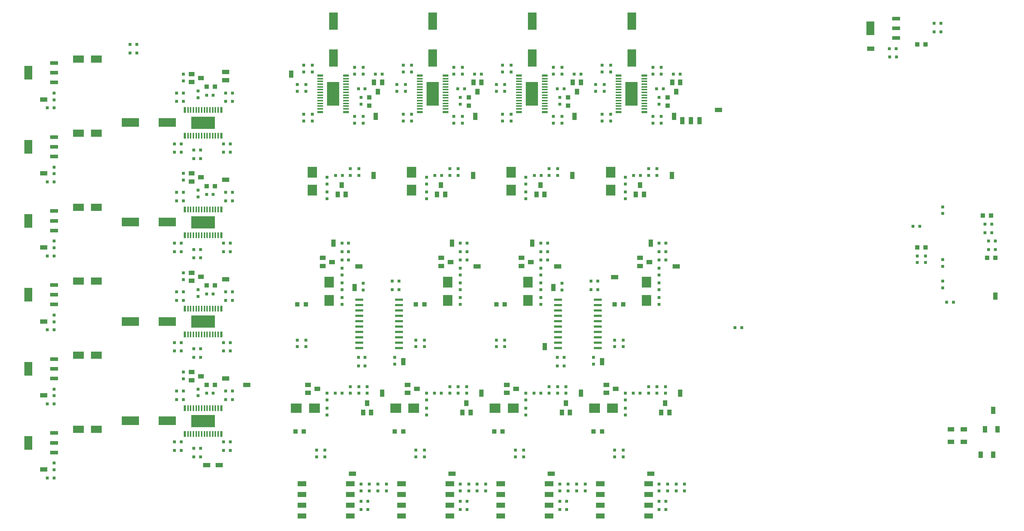
<source format=gtp>
G04 #@! TF.GenerationSoftware,KiCad,Pcbnew,(5.0.0)*
G04 #@! TF.CreationDate,2018-10-25T18:05:55-04:00*
G04 #@! TF.ProjectId,PREP400,505245503430302E6B696361645F7063,A*
G04 #@! TF.SameCoordinates,Original*
G04 #@! TF.FileFunction,Paste,Top*
G04 #@! TF.FilePolarity,Positive*
%FSLAX46Y46*%
G04 Gerber Fmt 4.6, Leading zero omitted, Abs format (unit mm)*
G04 Created by KiCad (PCBNEW (5.0.0)) date 10/25/18 18:05:55*
%MOMM*%
%LPD*%
G01*
G04 APERTURE LIST*
%ADD10R,2.032000X1.143000*%
%ADD11R,2.300000X2.500000*%
%ADD12R,2.500000X2.300000*%
%ADD13R,2.650000X1.750000*%
%ADD14R,1.400000X1.000000*%
%ADD15R,1.000000X1.400000*%
%ADD16R,2.000000X4.100000*%
%ADD17R,4.100000X2.000000*%
%ADD18R,1.900000X3.250000*%
%ADD19R,1.900000X0.950000*%
%ADD20R,5.700000X3.000000*%
%ADD21R,0.600000X1.350000*%
%ADD22R,0.380000X1.350000*%
%ADD23R,3.000000X5.700000*%
%ADD24R,1.350000X0.600000*%
%ADD25R,1.350000X0.380000*%
%ADD26R,1.000000X1.000000*%
%ADD27R,0.800000X0.800000*%
%ADD28R,1.000000X1.800000*%
%ADD29R,1.800000X1.000000*%
%ADD30R,1.000000X1.600000*%
%ADD31R,1.600000X1.000000*%
%ADD32R,1.950000X0.600000*%
G04 APERTURE END LIST*
D10*
G04 #@! TO.C,IC1*
X179405000Y-152050000D03*
X179405000Y-149510000D03*
X179405000Y-146970000D03*
X179405000Y-144430000D03*
X167975000Y-144430000D03*
X167975000Y-146970000D03*
X167975000Y-149510000D03*
X167975000Y-152050000D03*
G04 #@! TD*
G04 #@! TO.C,IC2*
X155905000Y-152050000D03*
X155905000Y-149510000D03*
X155905000Y-146970000D03*
X155905000Y-144430000D03*
X144475000Y-144430000D03*
X144475000Y-146970000D03*
X144475000Y-149510000D03*
X144475000Y-152050000D03*
G04 #@! TD*
G04 #@! TO.C,IC3*
X132405000Y-152050000D03*
X132405000Y-149510000D03*
X132405000Y-146970000D03*
X132405000Y-144430000D03*
X120975000Y-144430000D03*
X120975000Y-146970000D03*
X120975000Y-149510000D03*
X120975000Y-152050000D03*
G04 #@! TD*
G04 #@! TO.C,IC4*
X108905000Y-152050000D03*
X108905000Y-149510000D03*
X108905000Y-146970000D03*
X108905000Y-144430000D03*
X97475000Y-144430000D03*
X97475000Y-146970000D03*
X97475000Y-149510000D03*
X97475000Y-152050000D03*
G04 #@! TD*
D11*
G04 #@! TO.C,D42*
X103900000Y-96750000D03*
X103900000Y-101050000D03*
G04 #@! TD*
G04 #@! TO.C,D41*
X131900000Y-96750000D03*
X131900000Y-101050000D03*
G04 #@! TD*
G04 #@! TO.C,D40*
X150900000Y-96750000D03*
X150900000Y-101050000D03*
G04 #@! TD*
G04 #@! TO.C,D39*
X178900000Y-96750000D03*
X178900000Y-101050000D03*
G04 #@! TD*
G04 #@! TO.C,D38*
X99900000Y-70750000D03*
X99900000Y-75050000D03*
G04 #@! TD*
G04 #@! TO.C,D37*
X123400000Y-70750000D03*
X123400000Y-75050000D03*
G04 #@! TD*
G04 #@! TO.C,D36*
X146900000Y-70750000D03*
X146900000Y-75050000D03*
G04 #@! TD*
G04 #@! TO.C,D35*
X170400000Y-70750000D03*
X170400000Y-75050000D03*
G04 #@! TD*
D12*
G04 #@! TO.C,D34*
X96100000Y-126550000D03*
X100400000Y-126550000D03*
G04 #@! TD*
G04 #@! TO.C,D33*
X119600000Y-126550000D03*
X123900000Y-126550000D03*
G04 #@! TD*
G04 #@! TO.C,D32*
X143100000Y-126550000D03*
X147400000Y-126550000D03*
G04 #@! TD*
G04 #@! TO.C,D31*
X166600000Y-126550000D03*
X170900000Y-126550000D03*
G04 #@! TD*
D13*
G04 #@! TO.C,D9*
X44600000Y-44050000D03*
X48900000Y-44050000D03*
G04 #@! TD*
G04 #@! TO.C,D10*
X44600000Y-61550000D03*
X48900000Y-61550000D03*
G04 #@! TD*
G04 #@! TO.C,D11*
X44600000Y-79050000D03*
X48900000Y-79050000D03*
G04 #@! TD*
G04 #@! TO.C,D12*
X44600000Y-96550000D03*
X48900000Y-96550000D03*
G04 #@! TD*
G04 #@! TO.C,D13*
X44600000Y-114050000D03*
X48900000Y-114050000D03*
G04 #@! TD*
G04 #@! TO.C,D14*
X44600000Y-131550000D03*
X48900000Y-131550000D03*
G04 #@! TD*
D14*
G04 #@! TO.C,D1*
X171600000Y-122000000D03*
X169400000Y-122950000D03*
X169400000Y-121050000D03*
G04 #@! TD*
D15*
G04 #@! TO.C,D2*
X183350000Y-125350000D03*
X184300000Y-127550000D03*
X182400000Y-127550000D03*
G04 #@! TD*
D14*
G04 #@! TO.C,D3*
X148100000Y-122000000D03*
X145900000Y-122950000D03*
X145900000Y-121050000D03*
G04 #@! TD*
D15*
G04 #@! TO.C,D4*
X159850000Y-125350000D03*
X160800000Y-127550000D03*
X158900000Y-127550000D03*
G04 #@! TD*
D14*
G04 #@! TO.C,D5*
X124600000Y-122000000D03*
X122400000Y-122950000D03*
X122400000Y-121050000D03*
G04 #@! TD*
D15*
G04 #@! TO.C,D6*
X136350000Y-125350000D03*
X137300000Y-127550000D03*
X135400000Y-127550000D03*
G04 #@! TD*
D14*
G04 #@! TO.C,D7*
X101100000Y-122000000D03*
X98900000Y-122950000D03*
X98900000Y-121050000D03*
G04 #@! TD*
D15*
G04 #@! TO.C,D8*
X112850000Y-125350000D03*
X113800000Y-127550000D03*
X111900000Y-127550000D03*
G04 #@! TD*
G04 #@! TO.C,D15*
X177350000Y-73850000D03*
X178300000Y-76050000D03*
X176400000Y-76050000D03*
G04 #@! TD*
G04 #@! TO.C,D16*
X153850000Y-73850000D03*
X154800000Y-76050000D03*
X152900000Y-76050000D03*
G04 #@! TD*
G04 #@! TO.C,D17*
X130350000Y-73850000D03*
X131300000Y-76050000D03*
X129400000Y-76050000D03*
G04 #@! TD*
G04 #@! TO.C,D18*
X106850000Y-73850000D03*
X107800000Y-76050000D03*
X105900000Y-76050000D03*
G04 #@! TD*
G04 #@! TO.C,D19*
X185950000Y-51750000D03*
X185000000Y-49550000D03*
X186900000Y-49550000D03*
G04 #@! TD*
G04 #@! TO.C,D20*
X162450000Y-51750000D03*
X161500000Y-49550000D03*
X163400000Y-49550000D03*
G04 #@! TD*
G04 #@! TO.C,D21*
X138950000Y-51750000D03*
X138000000Y-49550000D03*
X139900000Y-49550000D03*
G04 #@! TD*
G04 #@! TO.C,D22*
X115450000Y-51750000D03*
X114500000Y-49550000D03*
X116400000Y-49550000D03*
G04 #@! TD*
D14*
G04 #@! TO.C,D23*
X73600000Y-48500000D03*
X71400000Y-49450000D03*
X71400000Y-47550000D03*
G04 #@! TD*
G04 #@! TO.C,D24*
X73600000Y-72000000D03*
X71400000Y-72950000D03*
X71400000Y-71050000D03*
G04 #@! TD*
G04 #@! TO.C,D25*
X73600000Y-95500000D03*
X71400000Y-96450000D03*
X71400000Y-94550000D03*
G04 #@! TD*
G04 #@! TO.C,D26*
X73600000Y-119000000D03*
X71400000Y-119950000D03*
X71400000Y-118050000D03*
G04 #@! TD*
G04 #@! TO.C,D27*
X179600000Y-92000000D03*
X177400000Y-92950000D03*
X177400000Y-91050000D03*
G04 #@! TD*
G04 #@! TO.C,D28*
X151600000Y-92000000D03*
X149400000Y-92950000D03*
X149400000Y-91050000D03*
G04 #@! TD*
G04 #@! TO.C,D29*
X132600000Y-92000000D03*
X130400000Y-92950000D03*
X130400000Y-91050000D03*
G04 #@! TD*
G04 #@! TO.C,D30*
X104600000Y-92000000D03*
X102400000Y-92950000D03*
X102400000Y-91050000D03*
G04 #@! TD*
D16*
G04 #@! TO.C,C21*
X175400000Y-35050000D03*
X175400000Y-43750000D03*
G04 #@! TD*
G04 #@! TO.C,C26*
X151900000Y-35050000D03*
X151900000Y-43750000D03*
G04 #@! TD*
G04 #@! TO.C,C31*
X128400000Y-35050000D03*
X128400000Y-43750000D03*
G04 #@! TD*
G04 #@! TO.C,C36*
X104900000Y-35050000D03*
X104900000Y-43750000D03*
G04 #@! TD*
D17*
G04 #@! TO.C,C69*
X56900000Y-59050000D03*
X65600000Y-59050000D03*
G04 #@! TD*
G04 #@! TO.C,C74*
X56900000Y-82550000D03*
X65600000Y-82550000D03*
G04 #@! TD*
G04 #@! TO.C,C79*
X56900000Y-106050000D03*
X65600000Y-106050000D03*
G04 #@! TD*
G04 #@! TO.C,C84*
X56900000Y-129550000D03*
X65600000Y-129550000D03*
G04 #@! TD*
D18*
G04 #@! TO.C,Q1*
X231800000Y-36750000D03*
D19*
X237900000Y-36750000D03*
X237900000Y-34450000D03*
X237900000Y-39050000D03*
G04 #@! TD*
D18*
G04 #@! TO.C,Q2*
X32800000Y-47250000D03*
D19*
X38900000Y-47250000D03*
X38900000Y-44950000D03*
X38900000Y-49550000D03*
G04 #@! TD*
D18*
G04 #@! TO.C,Q3*
X32800000Y-64750000D03*
D19*
X38900000Y-64750000D03*
X38900000Y-62450000D03*
X38900000Y-67050000D03*
G04 #@! TD*
D18*
G04 #@! TO.C,Q4*
X32800000Y-82250000D03*
D19*
X38900000Y-82250000D03*
X38900000Y-79950000D03*
X38900000Y-84550000D03*
G04 #@! TD*
D18*
G04 #@! TO.C,Q5*
X32800000Y-99750000D03*
D19*
X38900000Y-99750000D03*
X38900000Y-97450000D03*
X38900000Y-102050000D03*
G04 #@! TD*
D18*
G04 #@! TO.C,Q6*
X32800000Y-117250000D03*
D19*
X38900000Y-117250000D03*
X38900000Y-114950000D03*
X38900000Y-119550000D03*
G04 #@! TD*
D18*
G04 #@! TO.C,Q7*
X32800000Y-134750000D03*
D19*
X38900000Y-134750000D03*
X38900000Y-132450000D03*
X38900000Y-137050000D03*
G04 #@! TD*
D20*
G04 #@! TO.C,IC14*
X74075000Y-129600000D03*
D21*
X69745000Y-126550000D03*
D22*
X70495000Y-126550000D03*
X71145000Y-126550000D03*
X71795000Y-126550000D03*
X72445000Y-126550000D03*
X73095000Y-126550000D03*
X73745000Y-126550000D03*
X74395000Y-126550000D03*
X75045000Y-126550000D03*
X75695000Y-126550000D03*
X76345000Y-126550000D03*
X76995000Y-126550000D03*
X77645000Y-126550000D03*
D21*
X78395000Y-126550000D03*
X78395000Y-132650000D03*
D22*
X77645000Y-132650000D03*
X76995000Y-132650000D03*
X76345000Y-132650000D03*
X75695000Y-132650000D03*
X75045000Y-132650000D03*
X74395000Y-132650000D03*
X73745000Y-132650000D03*
X73095000Y-132650000D03*
X72445000Y-132650000D03*
X71795000Y-132650000D03*
X71145000Y-132650000D03*
X70495000Y-132650000D03*
D21*
X69745000Y-132650000D03*
G04 #@! TD*
D20*
G04 #@! TO.C,IC13*
X74075000Y-106100000D03*
D21*
X69745000Y-103050000D03*
D22*
X70495000Y-103050000D03*
X71145000Y-103050000D03*
X71795000Y-103050000D03*
X72445000Y-103050000D03*
X73095000Y-103050000D03*
X73745000Y-103050000D03*
X74395000Y-103050000D03*
X75045000Y-103050000D03*
X75695000Y-103050000D03*
X76345000Y-103050000D03*
X76995000Y-103050000D03*
X77645000Y-103050000D03*
D21*
X78395000Y-103050000D03*
X78395000Y-109150000D03*
D22*
X77645000Y-109150000D03*
X76995000Y-109150000D03*
X76345000Y-109150000D03*
X75695000Y-109150000D03*
X75045000Y-109150000D03*
X74395000Y-109150000D03*
X73745000Y-109150000D03*
X73095000Y-109150000D03*
X72445000Y-109150000D03*
X71795000Y-109150000D03*
X71145000Y-109150000D03*
X70495000Y-109150000D03*
D21*
X69745000Y-109150000D03*
G04 #@! TD*
D20*
G04 #@! TO.C,IC12*
X74075000Y-82600000D03*
D21*
X69745000Y-79550000D03*
D22*
X70495000Y-79550000D03*
X71145000Y-79550000D03*
X71795000Y-79550000D03*
X72445000Y-79550000D03*
X73095000Y-79550000D03*
X73745000Y-79550000D03*
X74395000Y-79550000D03*
X75045000Y-79550000D03*
X75695000Y-79550000D03*
X76345000Y-79550000D03*
X76995000Y-79550000D03*
X77645000Y-79550000D03*
D21*
X78395000Y-79550000D03*
X78395000Y-85650000D03*
D22*
X77645000Y-85650000D03*
X76995000Y-85650000D03*
X76345000Y-85650000D03*
X75695000Y-85650000D03*
X75045000Y-85650000D03*
X74395000Y-85650000D03*
X73745000Y-85650000D03*
X73095000Y-85650000D03*
X72445000Y-85650000D03*
X71795000Y-85650000D03*
X71145000Y-85650000D03*
X70495000Y-85650000D03*
D21*
X69745000Y-85650000D03*
G04 #@! TD*
D20*
G04 #@! TO.C,IC11*
X74075000Y-59100000D03*
D21*
X69745000Y-56050000D03*
D22*
X70495000Y-56050000D03*
X71145000Y-56050000D03*
X71795000Y-56050000D03*
X72445000Y-56050000D03*
X73095000Y-56050000D03*
X73745000Y-56050000D03*
X74395000Y-56050000D03*
X75045000Y-56050000D03*
X75695000Y-56050000D03*
X76345000Y-56050000D03*
X76995000Y-56050000D03*
X77645000Y-56050000D03*
D21*
X78395000Y-56050000D03*
X78395000Y-62150000D03*
D22*
X77645000Y-62150000D03*
X76995000Y-62150000D03*
X76345000Y-62150000D03*
X75695000Y-62150000D03*
X75045000Y-62150000D03*
X74395000Y-62150000D03*
X73745000Y-62150000D03*
X73095000Y-62150000D03*
X72445000Y-62150000D03*
X71795000Y-62150000D03*
X71145000Y-62150000D03*
X70495000Y-62150000D03*
D21*
X69745000Y-62150000D03*
G04 #@! TD*
D23*
G04 #@! TO.C,IC8*
X104850000Y-52225000D03*
D24*
X107900000Y-47895000D03*
D25*
X107900000Y-48645000D03*
X107900000Y-49295000D03*
X107900000Y-49945000D03*
X107900000Y-50595000D03*
X107900000Y-51245000D03*
X107900000Y-51895000D03*
X107900000Y-52545000D03*
X107900000Y-53195000D03*
X107900000Y-53845000D03*
X107900000Y-54495000D03*
X107900000Y-55145000D03*
X107900000Y-55795000D03*
D24*
X107900000Y-56545000D03*
X101800000Y-56545000D03*
D25*
X101800000Y-55795000D03*
X101800000Y-55145000D03*
X101800000Y-54495000D03*
X101800000Y-53845000D03*
X101800000Y-53195000D03*
X101800000Y-52545000D03*
X101800000Y-51895000D03*
X101800000Y-51245000D03*
X101800000Y-50595000D03*
X101800000Y-49945000D03*
X101800000Y-49295000D03*
X101800000Y-48645000D03*
D24*
X101800000Y-47895000D03*
G04 #@! TD*
D23*
G04 #@! TO.C,IC7*
X128350000Y-52225000D03*
D24*
X131400000Y-47895000D03*
D25*
X131400000Y-48645000D03*
X131400000Y-49295000D03*
X131400000Y-49945000D03*
X131400000Y-50595000D03*
X131400000Y-51245000D03*
X131400000Y-51895000D03*
X131400000Y-52545000D03*
X131400000Y-53195000D03*
X131400000Y-53845000D03*
X131400000Y-54495000D03*
X131400000Y-55145000D03*
X131400000Y-55795000D03*
D24*
X131400000Y-56545000D03*
X125300000Y-56545000D03*
D25*
X125300000Y-55795000D03*
X125300000Y-55145000D03*
X125300000Y-54495000D03*
X125300000Y-53845000D03*
X125300000Y-53195000D03*
X125300000Y-52545000D03*
X125300000Y-51895000D03*
X125300000Y-51245000D03*
X125300000Y-50595000D03*
X125300000Y-49945000D03*
X125300000Y-49295000D03*
X125300000Y-48645000D03*
D24*
X125300000Y-47895000D03*
G04 #@! TD*
D23*
G04 #@! TO.C,IC6*
X151850000Y-52225000D03*
D24*
X154900000Y-47895000D03*
D25*
X154900000Y-48645000D03*
X154900000Y-49295000D03*
X154900000Y-49945000D03*
X154900000Y-50595000D03*
X154900000Y-51245000D03*
X154900000Y-51895000D03*
X154900000Y-52545000D03*
X154900000Y-53195000D03*
X154900000Y-53845000D03*
X154900000Y-54495000D03*
X154900000Y-55145000D03*
X154900000Y-55795000D03*
D24*
X154900000Y-56545000D03*
X148800000Y-56545000D03*
D25*
X148800000Y-55795000D03*
X148800000Y-55145000D03*
X148800000Y-54495000D03*
X148800000Y-53845000D03*
X148800000Y-53195000D03*
X148800000Y-52545000D03*
X148800000Y-51895000D03*
X148800000Y-51245000D03*
X148800000Y-50595000D03*
X148800000Y-49945000D03*
X148800000Y-49295000D03*
X148800000Y-48645000D03*
D24*
X148800000Y-47895000D03*
G04 #@! TD*
D23*
G04 #@! TO.C,IC5*
X175350000Y-52225000D03*
D24*
X178400000Y-47895000D03*
D25*
X178400000Y-48645000D03*
X178400000Y-49295000D03*
X178400000Y-49945000D03*
X178400000Y-50595000D03*
X178400000Y-51245000D03*
X178400000Y-51895000D03*
X178400000Y-52545000D03*
X178400000Y-53195000D03*
X178400000Y-53845000D03*
X178400000Y-54495000D03*
X178400000Y-55145000D03*
X178400000Y-55795000D03*
D24*
X178400000Y-56545000D03*
X172300000Y-56545000D03*
D25*
X172300000Y-55795000D03*
X172300000Y-55145000D03*
X172300000Y-54495000D03*
X172300000Y-53845000D03*
X172300000Y-53195000D03*
X172300000Y-52545000D03*
X172300000Y-51895000D03*
X172300000Y-51245000D03*
X172300000Y-50595000D03*
X172300000Y-49945000D03*
X172300000Y-49295000D03*
X172300000Y-48645000D03*
D24*
X172300000Y-47895000D03*
G04 #@! TD*
D26*
G04 #@! TO.C,C136*
X260400000Y-81050000D03*
X258400000Y-81050000D03*
G04 #@! TD*
G04 #@! TO.C,C50*
X183900000Y-55050000D03*
X183900000Y-53050000D03*
G04 #@! TD*
G04 #@! TO.C,C52*
X160400000Y-55050000D03*
X160400000Y-53050000D03*
G04 #@! TD*
G04 #@! TO.C,C54*
X136900000Y-55050000D03*
X136900000Y-53050000D03*
G04 #@! TD*
G04 #@! TO.C,C56*
X113400000Y-55050000D03*
X113400000Y-53050000D03*
G04 #@! TD*
G04 #@! TO.C,C98*
X76900000Y-50550000D03*
X74900000Y-50550000D03*
G04 #@! TD*
G04 #@! TO.C,C100*
X76900000Y-74050000D03*
X74900000Y-74050000D03*
G04 #@! TD*
G04 #@! TO.C,C102*
X76900000Y-97550000D03*
X74900000Y-97550000D03*
G04 #@! TD*
G04 #@! TO.C,C104*
X76900000Y-121050000D03*
X74900000Y-121050000D03*
G04 #@! TD*
G04 #@! TO.C,L8*
X98400000Y-102050000D03*
X96400000Y-102050000D03*
G04 #@! TD*
G04 #@! TO.C,L7*
X126400000Y-102050000D03*
X124400000Y-102050000D03*
G04 #@! TD*
G04 #@! TO.C,L6*
X145400000Y-102050000D03*
X143400000Y-102050000D03*
G04 #@! TD*
G04 #@! TO.C,L5*
X173400000Y-102050000D03*
X171400000Y-102050000D03*
G04 #@! TD*
G04 #@! TO.C,L4*
X242900000Y-88550000D03*
X244900000Y-88550000D03*
G04 #@! TD*
G04 #@! TO.C,L3*
X261400000Y-91050000D03*
X259400000Y-91050000D03*
G04 #@! TD*
G04 #@! TO.C,L2*
X242900000Y-40550000D03*
X244900000Y-40550000D03*
G04 #@! TD*
G04 #@! TO.C,L9*
X168400000Y-132050000D03*
X166400000Y-132050000D03*
G04 #@! TD*
G04 #@! TO.C,L10*
X144900000Y-132050000D03*
X142900000Y-132050000D03*
G04 #@! TD*
G04 #@! TO.C,L11*
X121400000Y-132050000D03*
X119400000Y-132050000D03*
G04 #@! TD*
G04 #@! TO.C,L12*
X97900000Y-132050000D03*
X95900000Y-132050000D03*
G04 #@! TD*
D27*
G04 #@! TO.C,C190*
X80500000Y-136550000D03*
X78900000Y-136550000D03*
G04 #@! TD*
G04 #@! TO.C,C189*
X80500000Y-113050000D03*
X78900000Y-113050000D03*
G04 #@! TD*
G04 #@! TO.C,C188*
X80500000Y-89550000D03*
X78900000Y-89550000D03*
G04 #@! TD*
G04 #@! TO.C,C187*
X80500000Y-66050000D03*
X78900000Y-66050000D03*
G04 #@! TD*
G04 #@! TO.C,C186*
X67300000Y-136550000D03*
X68900000Y-136550000D03*
G04 #@! TD*
G04 #@! TO.C,C185*
X67300000Y-113050000D03*
X68900000Y-113050000D03*
G04 #@! TD*
G04 #@! TO.C,C184*
X67300000Y-89550000D03*
X68900000Y-89550000D03*
G04 #@! TD*
G04 #@! TO.C,C183*
X67300000Y-66050000D03*
X68900000Y-66050000D03*
G04 #@! TD*
G04 #@! TO.C,C182*
X67800000Y-122550000D03*
X69400000Y-122550000D03*
G04 #@! TD*
G04 #@! TO.C,C181*
X67800000Y-99050000D03*
X69400000Y-99050000D03*
G04 #@! TD*
G04 #@! TO.C,C180*
X67800000Y-75550000D03*
X69400000Y-75550000D03*
G04 #@! TD*
G04 #@! TO.C,C179*
X67800000Y-52050000D03*
X69400000Y-52050000D03*
G04 #@! TD*
G04 #@! TO.C,C178*
X81000000Y-122550000D03*
X79400000Y-122550000D03*
G04 #@! TD*
G04 #@! TO.C,C177*
X81000000Y-99050000D03*
X79400000Y-99050000D03*
G04 #@! TD*
G04 #@! TO.C,C176*
X81000000Y-75550000D03*
X79400000Y-75550000D03*
G04 #@! TD*
G04 #@! TO.C,C175*
X81000000Y-52050000D03*
X79400000Y-52050000D03*
G04 #@! TD*
G04 #@! TO.C,C174*
X108500000Y-89550000D03*
X106900000Y-89550000D03*
G04 #@! TD*
G04 #@! TO.C,C173*
X136500000Y-89550000D03*
X134900000Y-89550000D03*
G04 #@! TD*
G04 #@! TO.C,C172*
X155500000Y-89550000D03*
X153900000Y-89550000D03*
G04 #@! TD*
G04 #@! TO.C,C171*
X183500000Y-89550000D03*
X181900000Y-89550000D03*
G04 #@! TD*
G04 #@! TO.C,C170*
X98400000Y-110450000D03*
X98400000Y-112050000D03*
G04 #@! TD*
G04 #@! TO.C,C169*
X96400000Y-110450000D03*
X96400000Y-112050000D03*
G04 #@! TD*
G04 #@! TO.C,C168*
X126400000Y-110450000D03*
X126400000Y-112050000D03*
G04 #@! TD*
G04 #@! TO.C,C167*
X124400000Y-110450000D03*
X124400000Y-112050000D03*
G04 #@! TD*
G04 #@! TO.C,C166*
X145400000Y-110450000D03*
X145400000Y-112050000D03*
G04 #@! TD*
G04 #@! TO.C,C165*
X143400000Y-110450000D03*
X143400000Y-112050000D03*
G04 #@! TD*
G04 #@! TO.C,C164*
X173400000Y-110450000D03*
X173400000Y-112050000D03*
G04 #@! TD*
G04 #@! TO.C,C163*
X171400000Y-110450000D03*
X171400000Y-112050000D03*
G04 #@! TD*
G04 #@! TO.C,C162*
X118800000Y-96550000D03*
X120400000Y-96550000D03*
G04 #@! TD*
G04 #@! TO.C,C161*
X165800000Y-96550000D03*
X167400000Y-96550000D03*
G04 #@! TD*
G04 #@! TO.C,C160*
X110800000Y-116550000D03*
X112400000Y-116550000D03*
G04 #@! TD*
G04 #@! TO.C,C159*
X157800000Y-116550000D03*
X159400000Y-116550000D03*
G04 #@! TD*
G04 #@! TO.C,C158*
X97900000Y-58650000D03*
X97900000Y-57050000D03*
G04 #@! TD*
G04 #@! TO.C,C157*
X121400000Y-58650000D03*
X121400000Y-57050000D03*
G04 #@! TD*
G04 #@! TO.C,C156*
X144900000Y-58650000D03*
X144900000Y-57050000D03*
G04 #@! TD*
G04 #@! TO.C,C155*
X168400000Y-58650000D03*
X168400000Y-57050000D03*
G04 #@! TD*
G04 #@! TO.C,C154*
X97900000Y-45450000D03*
X97900000Y-47050000D03*
G04 #@! TD*
G04 #@! TO.C,C153*
X121400000Y-45450000D03*
X121400000Y-47050000D03*
G04 #@! TD*
G04 #@! TO.C,C152*
X144900000Y-45450000D03*
X144900000Y-47050000D03*
G04 #@! TD*
G04 #@! TO.C,C151*
X182400000Y-45950000D03*
X182400000Y-47550000D03*
G04 #@! TD*
G04 #@! TO.C,C150*
X111900000Y-45950000D03*
X111900000Y-47550000D03*
G04 #@! TD*
G04 #@! TO.C,C149*
X135400000Y-45950000D03*
X135400000Y-47550000D03*
G04 #@! TD*
G04 #@! TO.C,C148*
X158900000Y-45950000D03*
X158900000Y-47550000D03*
G04 #@! TD*
G04 #@! TO.C,C147*
X168400000Y-45450000D03*
X168400000Y-47050000D03*
G04 #@! TD*
G04 #@! TO.C,C146*
X111900000Y-59150000D03*
X111900000Y-57550000D03*
G04 #@! TD*
G04 #@! TO.C,C145*
X135400000Y-59150000D03*
X135400000Y-57550000D03*
G04 #@! TD*
G04 #@! TO.C,C144*
X158900000Y-59150000D03*
X158900000Y-57550000D03*
G04 #@! TD*
G04 #@! TO.C,C143*
X182400000Y-59150000D03*
X182400000Y-57550000D03*
G04 #@! TD*
G04 #@! TO.C,C142*
X110900000Y-69950000D03*
X110900000Y-71550000D03*
G04 #@! TD*
G04 #@! TO.C,C141*
X134400000Y-69950000D03*
X134400000Y-71550000D03*
G04 #@! TD*
G04 #@! TO.C,C140*
X157900000Y-69950000D03*
X157900000Y-71550000D03*
G04 #@! TD*
G04 #@! TO.C,C139*
X181400000Y-69950000D03*
X181400000Y-71550000D03*
G04 #@! TD*
G04 #@! TO.C,C138*
X260500000Y-85050000D03*
X258900000Y-85050000D03*
G04 #@! TD*
G04 #@! TO.C,C137*
X260500000Y-83050000D03*
X258900000Y-83050000D03*
G04 #@! TD*
G04 #@! TO.C,C135*
X242900000Y-92150000D03*
X242900000Y-90550000D03*
G04 #@! TD*
G04 #@! TO.C,C134*
X244900000Y-92150000D03*
X244900000Y-90550000D03*
G04 #@! TD*
G04 #@! TO.C,C133*
X259800000Y-89050000D03*
X261400000Y-89050000D03*
G04 #@! TD*
G04 #@! TO.C,C132*
X259800000Y-87050000D03*
X261400000Y-87050000D03*
G04 #@! TD*
G04 #@! TO.C,C131*
X115400000Y-146150000D03*
X115400000Y-144550000D03*
G04 #@! TD*
G04 #@! TO.C,C130*
X138900000Y-146150000D03*
X138900000Y-144550000D03*
G04 #@! TD*
G04 #@! TO.C,C129*
X162400000Y-146150000D03*
X162400000Y-144550000D03*
G04 #@! TD*
G04 #@! TO.C,C128*
X185900000Y-146150000D03*
X185900000Y-144550000D03*
G04 #@! TD*
G04 #@! TO.C,C127*
X113000000Y-150550000D03*
X111400000Y-150550000D03*
G04 #@! TD*
G04 #@! TO.C,C126*
X136500000Y-150550000D03*
X134900000Y-150550000D03*
G04 #@! TD*
G04 #@! TO.C,C125*
X160000000Y-150550000D03*
X158400000Y-150550000D03*
G04 #@! TD*
G04 #@! TO.C,C124*
X183500000Y-150550000D03*
X181900000Y-150550000D03*
G04 #@! TD*
G04 #@! TO.C,C123*
X110900000Y-121450000D03*
X110900000Y-123050000D03*
G04 #@! TD*
G04 #@! TO.C,C122*
X134400000Y-121450000D03*
X134400000Y-123050000D03*
G04 #@! TD*
G04 #@! TO.C,C121*
X157900000Y-121450000D03*
X157900000Y-123050000D03*
G04 #@! TD*
G04 #@! TO.C,C120*
X181400000Y-121450000D03*
X181400000Y-123050000D03*
G04 #@! TD*
G04 #@! TO.C,C119*
X56800000Y-42550000D03*
X58400000Y-42550000D03*
G04 #@! TD*
G04 #@! TO.C,C118*
X56800000Y-40550000D03*
X58400000Y-40550000D03*
G04 #@! TD*
G04 #@! TO.C,C117*
X248500000Y-37550000D03*
X246900000Y-37550000D03*
G04 #@! TD*
G04 #@! TO.C,C116*
X248500000Y-35550000D03*
X246900000Y-35550000D03*
G04 #@! TD*
G04 #@! TO.C,C1*
X179400000Y-121450000D03*
X179400000Y-123050000D03*
G04 #@! TD*
G04 #@! TO.C,C2*
X155900000Y-121450000D03*
X155900000Y-123050000D03*
G04 #@! TD*
G04 #@! TO.C,C3*
X132400000Y-121450000D03*
X132400000Y-123050000D03*
G04 #@! TD*
G04 #@! TO.C,C4*
X108900000Y-121450000D03*
X108900000Y-123050000D03*
G04 #@! TD*
G04 #@! TO.C,C5*
X183500000Y-148550000D03*
X181900000Y-148550000D03*
G04 #@! TD*
G04 #@! TO.C,C6*
X160000000Y-148550000D03*
X158400000Y-148550000D03*
G04 #@! TD*
G04 #@! TO.C,C7*
X136500000Y-148550000D03*
X134900000Y-148550000D03*
G04 #@! TD*
G04 #@! TO.C,C8*
X113000000Y-148550000D03*
X111400000Y-148550000D03*
G04 #@! TD*
G04 #@! TO.C,C9*
X183900000Y-146150000D03*
X183900000Y-144550000D03*
G04 #@! TD*
G04 #@! TO.C,C10*
X160400000Y-146150000D03*
X160400000Y-144550000D03*
G04 #@! TD*
G04 #@! TO.C,C11*
X136900000Y-146150000D03*
X136900000Y-144550000D03*
G04 #@! TD*
G04 #@! TO.C,C12*
X113400000Y-146150000D03*
X113400000Y-144550000D03*
G04 #@! TD*
G04 #@! TO.C,C13*
X179400000Y-69950000D03*
X179400000Y-71550000D03*
G04 #@! TD*
G04 #@! TO.C,C14*
X155900000Y-69950000D03*
X155900000Y-71550000D03*
G04 #@! TD*
G04 #@! TO.C,C15*
X132400000Y-69950000D03*
X132400000Y-71550000D03*
G04 #@! TD*
G04 #@! TO.C,C16*
X108900000Y-69950000D03*
X108900000Y-71550000D03*
G04 #@! TD*
G04 #@! TO.C,C17*
X180400000Y-59150000D03*
X180400000Y-57550000D03*
G04 #@! TD*
G04 #@! TO.C,C18*
X180400000Y-45950000D03*
X180400000Y-47550000D03*
G04 #@! TD*
G04 #@! TO.C,C19*
X170400000Y-45450000D03*
X170400000Y-47050000D03*
G04 #@! TD*
G04 #@! TO.C,C20*
X170400000Y-58650000D03*
X170400000Y-57050000D03*
G04 #@! TD*
G04 #@! TO.C,C22*
X156900000Y-59150000D03*
X156900000Y-57550000D03*
G04 #@! TD*
G04 #@! TO.C,C23*
X156900000Y-45950000D03*
X156900000Y-47550000D03*
G04 #@! TD*
G04 #@! TO.C,C24*
X146900000Y-45450000D03*
X146900000Y-47050000D03*
G04 #@! TD*
G04 #@! TO.C,C25*
X146900000Y-58650000D03*
X146900000Y-57050000D03*
G04 #@! TD*
G04 #@! TO.C,C27*
X133400000Y-59150000D03*
X133400000Y-57550000D03*
G04 #@! TD*
G04 #@! TO.C,C28*
X133400000Y-45950000D03*
X133400000Y-47550000D03*
G04 #@! TD*
G04 #@! TO.C,C29*
X123400000Y-45450000D03*
X123400000Y-47050000D03*
G04 #@! TD*
G04 #@! TO.C,C30*
X123400000Y-58650000D03*
X123400000Y-57050000D03*
G04 #@! TD*
G04 #@! TO.C,C32*
X109900000Y-59150000D03*
X109900000Y-57550000D03*
G04 #@! TD*
G04 #@! TO.C,C33*
X109900000Y-45950000D03*
X109900000Y-47550000D03*
G04 #@! TD*
G04 #@! TO.C,C34*
X99900000Y-45450000D03*
X99900000Y-47050000D03*
G04 #@! TD*
G04 #@! TO.C,C35*
X99900000Y-58650000D03*
X99900000Y-57050000D03*
G04 #@! TD*
G04 #@! TO.C,C37*
X168900000Y-51650000D03*
X168900000Y-50050000D03*
G04 #@! TD*
G04 #@! TO.C,C38*
X166900000Y-51650000D03*
X166900000Y-50050000D03*
G04 #@! TD*
G04 #@! TO.C,C39*
X145400000Y-51650000D03*
X145400000Y-50050000D03*
G04 #@! TD*
G04 #@! TO.C,C40*
X143400000Y-51650000D03*
X143400000Y-50050000D03*
G04 #@! TD*
G04 #@! TO.C,C41*
X121900000Y-51650000D03*
X121900000Y-50050000D03*
G04 #@! TD*
G04 #@! TO.C,C42*
X119900000Y-51650000D03*
X119900000Y-50050000D03*
G04 #@! TD*
G04 #@! TO.C,C43*
X98400000Y-51650000D03*
X98400000Y-50050000D03*
G04 #@! TD*
G04 #@! TO.C,C44*
X96400000Y-51650000D03*
X96400000Y-50050000D03*
G04 #@! TD*
G04 #@! TO.C,C45*
X185300000Y-47550000D03*
X186900000Y-47550000D03*
G04 #@! TD*
G04 #@! TO.C,C46*
X161800000Y-47550000D03*
X163400000Y-47550000D03*
G04 #@! TD*
G04 #@! TO.C,C47*
X138300000Y-47550000D03*
X139900000Y-47550000D03*
G04 #@! TD*
G04 #@! TO.C,C48*
X114800000Y-47550000D03*
X116400000Y-47550000D03*
G04 #@! TD*
G04 #@! TO.C,C49*
X181900000Y-54650000D03*
X181900000Y-53050000D03*
G04 #@! TD*
G04 #@! TO.C,C51*
X158400000Y-54650000D03*
X158400000Y-53050000D03*
G04 #@! TD*
G04 #@! TO.C,C53*
X134900000Y-54650000D03*
X134900000Y-53050000D03*
G04 #@! TD*
G04 #@! TO.C,C55*
X111400000Y-54650000D03*
X111400000Y-53050000D03*
G04 #@! TD*
G04 #@! TO.C,C57*
X181300000Y-51050000D03*
X182900000Y-51050000D03*
G04 #@! TD*
G04 #@! TO.C,C58*
X157800000Y-51050000D03*
X159400000Y-51050000D03*
G04 #@! TD*
G04 #@! TO.C,C59*
X134300000Y-51050000D03*
X135900000Y-51050000D03*
G04 #@! TD*
G04 #@! TO.C,C60*
X110800000Y-51050000D03*
X112400000Y-51050000D03*
G04 #@! TD*
G04 #@! TO.C,C61*
X157800000Y-114550000D03*
X159400000Y-114550000D03*
G04 #@! TD*
G04 #@! TO.C,C62*
X110800000Y-114550000D03*
X112400000Y-114550000D03*
G04 #@! TD*
G04 #@! TO.C,C63*
X165800000Y-98550000D03*
X167400000Y-98550000D03*
G04 #@! TD*
G04 #@! TO.C,C64*
X118800000Y-98550000D03*
X120400000Y-98550000D03*
G04 #@! TD*
G04 #@! TO.C,C65*
X81000000Y-54050000D03*
X79400000Y-54050000D03*
G04 #@! TD*
G04 #@! TO.C,C66*
X67800000Y-54050000D03*
X69400000Y-54050000D03*
G04 #@! TD*
G04 #@! TO.C,C67*
X67300000Y-64050000D03*
X68900000Y-64050000D03*
G04 #@! TD*
G04 #@! TO.C,C68*
X80500000Y-64050000D03*
X78900000Y-64050000D03*
G04 #@! TD*
G04 #@! TO.C,C70*
X81000000Y-77550000D03*
X79400000Y-77550000D03*
G04 #@! TD*
G04 #@! TO.C,C71*
X67800000Y-77550000D03*
X69400000Y-77550000D03*
G04 #@! TD*
G04 #@! TO.C,C72*
X67300000Y-87550000D03*
X68900000Y-87550000D03*
G04 #@! TD*
G04 #@! TO.C,C73*
X80500000Y-87550000D03*
X78900000Y-87550000D03*
G04 #@! TD*
G04 #@! TO.C,C75*
X81000000Y-101050000D03*
X79400000Y-101050000D03*
G04 #@! TD*
G04 #@! TO.C,C76*
X67800000Y-101050000D03*
X69400000Y-101050000D03*
G04 #@! TD*
G04 #@! TO.C,C77*
X67300000Y-111050000D03*
X68900000Y-111050000D03*
G04 #@! TD*
G04 #@! TO.C,C78*
X80500000Y-111050000D03*
X78900000Y-111050000D03*
G04 #@! TD*
G04 #@! TO.C,C80*
X81000000Y-124550000D03*
X79400000Y-124550000D03*
G04 #@! TD*
G04 #@! TO.C,C81*
X67800000Y-124550000D03*
X69400000Y-124550000D03*
G04 #@! TD*
G04 #@! TO.C,C82*
X67300000Y-134550000D03*
X68900000Y-134550000D03*
G04 #@! TD*
G04 #@! TO.C,C83*
X80500000Y-134550000D03*
X78900000Y-134550000D03*
G04 #@! TD*
G04 #@! TO.C,C85*
X73500000Y-65550000D03*
X71900000Y-65550000D03*
G04 #@! TD*
G04 #@! TO.C,C86*
X73500000Y-67550000D03*
X71900000Y-67550000D03*
G04 #@! TD*
G04 #@! TO.C,C87*
X73500000Y-89050000D03*
X71900000Y-89050000D03*
G04 #@! TD*
G04 #@! TO.C,C88*
X73500000Y-91050000D03*
X71900000Y-91050000D03*
G04 #@! TD*
G04 #@! TO.C,C89*
X73500000Y-112550000D03*
X71900000Y-112550000D03*
G04 #@! TD*
G04 #@! TO.C,C90*
X73500000Y-114550000D03*
X71900000Y-114550000D03*
G04 #@! TD*
G04 #@! TO.C,C91*
X73500000Y-136050000D03*
X71900000Y-136050000D03*
G04 #@! TD*
G04 #@! TO.C,C92*
X73500000Y-138050000D03*
X71900000Y-138050000D03*
G04 #@! TD*
G04 #@! TO.C,C93*
X69400000Y-49150000D03*
X69400000Y-47550000D03*
G04 #@! TD*
G04 #@! TO.C,C94*
X69400000Y-72650000D03*
X69400000Y-71050000D03*
G04 #@! TD*
G04 #@! TO.C,C95*
X69400000Y-96150000D03*
X69400000Y-94550000D03*
G04 #@! TD*
G04 #@! TO.C,C96*
X69400000Y-119650000D03*
X69400000Y-118050000D03*
G04 #@! TD*
G04 #@! TO.C,C97*
X76500000Y-52550000D03*
X74900000Y-52550000D03*
G04 #@! TD*
G04 #@! TO.C,C99*
X76500000Y-76050000D03*
X74900000Y-76050000D03*
G04 #@! TD*
G04 #@! TO.C,C101*
X76500000Y-99550000D03*
X74900000Y-99550000D03*
G04 #@! TD*
G04 #@! TO.C,C103*
X76500000Y-123050000D03*
X74900000Y-123050000D03*
G04 #@! TD*
G04 #@! TO.C,C105*
X72900000Y-53150000D03*
X72900000Y-51550000D03*
G04 #@! TD*
G04 #@! TO.C,C106*
X72900000Y-76650000D03*
X72900000Y-75050000D03*
G04 #@! TD*
G04 #@! TO.C,C107*
X72900000Y-100150000D03*
X72900000Y-98550000D03*
G04 #@! TD*
G04 #@! TO.C,C108*
X72900000Y-123650000D03*
X72900000Y-122050000D03*
G04 #@! TD*
G04 #@! TO.C,C109*
X183500000Y-91550000D03*
X181900000Y-91550000D03*
G04 #@! TD*
G04 #@! TO.C,C110*
X155500000Y-91550000D03*
X153900000Y-91550000D03*
G04 #@! TD*
G04 #@! TO.C,C111*
X136500000Y-91550000D03*
X134900000Y-91550000D03*
G04 #@! TD*
G04 #@! TO.C,C112*
X108500000Y-91550000D03*
X106900000Y-91550000D03*
G04 #@! TD*
G04 #@! TO.C,C191*
X171400000Y-136450000D03*
X171400000Y-138050000D03*
G04 #@! TD*
G04 #@! TO.C,C192*
X173400000Y-136450000D03*
X173400000Y-138050000D03*
G04 #@! TD*
G04 #@! TO.C,C193*
X147900000Y-136450000D03*
X147900000Y-138050000D03*
G04 #@! TD*
G04 #@! TO.C,C194*
X149900000Y-136450000D03*
X149900000Y-138050000D03*
G04 #@! TD*
G04 #@! TO.C,C195*
X124400000Y-136450000D03*
X124400000Y-138050000D03*
G04 #@! TD*
G04 #@! TO.C,C196*
X126400000Y-136450000D03*
X126400000Y-138050000D03*
G04 #@! TD*
G04 #@! TO.C,C197*
X100900000Y-136450000D03*
X100900000Y-138050000D03*
G04 #@! TD*
G04 #@! TO.C,C198*
X102900000Y-136450000D03*
X102900000Y-138050000D03*
G04 #@! TD*
G04 #@! TO.C,R57*
X136500000Y-87550000D03*
X134900000Y-87550000D03*
G04 #@! TD*
G04 #@! TO.C,R70*
X106900000Y-100450000D03*
X106900000Y-102050000D03*
G04 #@! TD*
G04 #@! TO.C,R69*
X134900000Y-100450000D03*
X134900000Y-102050000D03*
G04 #@! TD*
G04 #@! TO.C,R68*
X153900000Y-100450000D03*
X153900000Y-102050000D03*
G04 #@! TD*
G04 #@! TO.C,R67*
X181900000Y-100450000D03*
X181900000Y-102050000D03*
G04 #@! TD*
G04 #@! TO.C,R66*
X103400000Y-75450000D03*
X103400000Y-77050000D03*
G04 #@! TD*
G04 #@! TO.C,R65*
X126900000Y-75450000D03*
X126900000Y-77050000D03*
G04 #@! TD*
G04 #@! TO.C,R64*
X150400000Y-75450000D03*
X150400000Y-77050000D03*
G04 #@! TD*
G04 #@! TO.C,R63*
X173900000Y-75450000D03*
X173900000Y-77050000D03*
G04 #@! TD*
G04 #@! TO.C,R62*
X103400000Y-128150000D03*
X103400000Y-126550000D03*
G04 #@! TD*
G04 #@! TO.C,R61*
X126900000Y-128150000D03*
X126900000Y-126550000D03*
G04 #@! TD*
G04 #@! TO.C,R60*
X150400000Y-128150000D03*
X150400000Y-126550000D03*
G04 #@! TD*
G04 #@! TO.C,R59*
X173900000Y-128150000D03*
X173900000Y-126550000D03*
G04 #@! TD*
G04 #@! TO.C,R1*
X236300000Y-41550000D03*
X237900000Y-41550000D03*
G04 #@! TD*
G04 #@! TO.C,R2*
X238000000Y-43550000D03*
X236400000Y-43550000D03*
G04 #@! TD*
G04 #@! TO.C,R3*
X173900000Y-124650000D03*
X173900000Y-123050000D03*
G04 #@! TD*
G04 #@! TO.C,R4*
X175800000Y-123050000D03*
X177400000Y-123050000D03*
G04 #@! TD*
G04 #@! TO.C,R5*
X150400000Y-124650000D03*
X150400000Y-123050000D03*
G04 #@! TD*
G04 #@! TO.C,R6*
X152300000Y-123050000D03*
X153900000Y-123050000D03*
G04 #@! TD*
G04 #@! TO.C,R7*
X126900000Y-124650000D03*
X126900000Y-123050000D03*
G04 #@! TD*
G04 #@! TO.C,R8*
X128800000Y-123050000D03*
X130400000Y-123050000D03*
G04 #@! TD*
G04 #@! TO.C,R9*
X103400000Y-124650000D03*
X103400000Y-123050000D03*
G04 #@! TD*
G04 #@! TO.C,R10*
X105300000Y-123050000D03*
X106900000Y-123050000D03*
G04 #@! TD*
G04 #@! TO.C,R11*
X183400000Y-121450000D03*
X183400000Y-123050000D03*
G04 #@! TD*
G04 #@! TO.C,R12*
X159900000Y-121450000D03*
X159900000Y-123050000D03*
G04 #@! TD*
G04 #@! TO.C,R13*
X136400000Y-121450000D03*
X136400000Y-123050000D03*
G04 #@! TD*
G04 #@! TO.C,R14*
X112900000Y-121450000D03*
X112900000Y-123050000D03*
G04 #@! TD*
G04 #@! TO.C,R15*
X181900000Y-146150000D03*
X181900000Y-144550000D03*
G04 #@! TD*
G04 #@! TO.C,R16*
X158400000Y-146150000D03*
X158400000Y-144550000D03*
G04 #@! TD*
G04 #@! TO.C,R17*
X134900000Y-146150000D03*
X134900000Y-144550000D03*
G04 #@! TD*
G04 #@! TO.C,R18*
X111400000Y-146150000D03*
X111400000Y-144550000D03*
G04 #@! TD*
G04 #@! TO.C,R19*
X38900000Y-53650000D03*
X38900000Y-52050000D03*
G04 #@! TD*
G04 #@! TO.C,R20*
X38900000Y-71150000D03*
X38900000Y-69550000D03*
G04 #@! TD*
G04 #@! TO.C,R21*
X38900000Y-88650000D03*
X38900000Y-87050000D03*
G04 #@! TD*
G04 #@! TO.C,R22*
X38900000Y-106150000D03*
X38900000Y-104550000D03*
G04 #@! TD*
G04 #@! TO.C,R23*
X37300000Y-55550000D03*
X38900000Y-55550000D03*
G04 #@! TD*
G04 #@! TO.C,R24*
X37300000Y-73050000D03*
X38900000Y-73050000D03*
G04 #@! TD*
G04 #@! TO.C,R25*
X37300000Y-90550000D03*
X38900000Y-90550000D03*
G04 #@! TD*
G04 #@! TO.C,R26*
X37300000Y-108050000D03*
X38900000Y-108050000D03*
G04 #@! TD*
G04 #@! TO.C,R27*
X38900000Y-123650000D03*
X38900000Y-122050000D03*
G04 #@! TD*
G04 #@! TO.C,R28*
X38900000Y-141150000D03*
X38900000Y-139550000D03*
G04 #@! TD*
G04 #@! TO.C,R29*
X37300000Y-125550000D03*
X38900000Y-125550000D03*
G04 #@! TD*
G04 #@! TO.C,R30*
X37300000Y-143050000D03*
X38900000Y-143050000D03*
G04 #@! TD*
G04 #@! TO.C,R31*
X173900000Y-71950000D03*
X173900000Y-73550000D03*
G04 #@! TD*
G04 #@! TO.C,R32*
X177500000Y-71550000D03*
X175900000Y-71550000D03*
G04 #@! TD*
G04 #@! TO.C,R33*
X150400000Y-71950000D03*
X150400000Y-73550000D03*
G04 #@! TD*
G04 #@! TO.C,R34*
X154000000Y-71550000D03*
X152400000Y-71550000D03*
G04 #@! TD*
G04 #@! TO.C,R35*
X126900000Y-71950000D03*
X126900000Y-73550000D03*
G04 #@! TD*
G04 #@! TO.C,R36*
X130500000Y-71550000D03*
X128900000Y-71550000D03*
G04 #@! TD*
G04 #@! TO.C,R37*
X103400000Y-71950000D03*
X103400000Y-73550000D03*
G04 #@! TD*
G04 #@! TO.C,R38*
X107000000Y-71550000D03*
X105400000Y-71550000D03*
G04 #@! TD*
G04 #@! TO.C,R39*
X248900000Y-91450000D03*
X248900000Y-93050000D03*
G04 #@! TD*
G04 #@! TO.C,R40*
X248900000Y-78950000D03*
X248900000Y-80550000D03*
G04 #@! TD*
G04 #@! TO.C,R41*
X166400000Y-116150000D03*
X166400000Y-114550000D03*
G04 #@! TD*
G04 #@! TO.C,R42*
X119400000Y-116150000D03*
X119400000Y-114550000D03*
G04 #@! TD*
G04 #@! TO.C,R43*
X158900000Y-98650000D03*
X158900000Y-97050000D03*
G04 #@! TD*
G04 #@! TO.C,R44*
X111900000Y-98650000D03*
X111900000Y-97050000D03*
G04 #@! TD*
G04 #@! TO.C,R45*
X181900000Y-96950000D03*
X181900000Y-98550000D03*
G04 #@! TD*
G04 #@! TO.C,R46*
X181900000Y-93450000D03*
X181900000Y-95050000D03*
G04 #@! TD*
G04 #@! TO.C,R47*
X153900000Y-96950000D03*
X153900000Y-98550000D03*
G04 #@! TD*
G04 #@! TO.C,R48*
X153900000Y-93450000D03*
X153900000Y-95050000D03*
G04 #@! TD*
G04 #@! TO.C,R50*
X248900000Y-98150000D03*
X248900000Y-96550000D03*
G04 #@! TD*
G04 #@! TO.C,R51*
X134900000Y-96950000D03*
X134900000Y-98550000D03*
G04 #@! TD*
G04 #@! TO.C,R52*
X134900000Y-93450000D03*
X134900000Y-95050000D03*
G04 #@! TD*
G04 #@! TO.C,R53*
X106900000Y-96950000D03*
X106900000Y-98550000D03*
G04 #@! TD*
G04 #@! TO.C,R54*
X106900000Y-93450000D03*
X106900000Y-95050000D03*
G04 #@! TD*
G04 #@! TO.C,R55*
X183500000Y-87550000D03*
X181900000Y-87550000D03*
G04 #@! TD*
G04 #@! TO.C,R56*
X155500000Y-87550000D03*
X153900000Y-87550000D03*
G04 #@! TD*
G04 #@! TO.C,R58*
X108500000Y-87550000D03*
X106900000Y-87550000D03*
G04 #@! TD*
G04 #@! TO.C,R49*
X251500000Y-101550000D03*
X249900000Y-101550000D03*
G04 #@! TD*
G04 #@! TO.C,R71*
X243500000Y-83550000D03*
X241900000Y-83550000D03*
G04 #@! TD*
G04 #@! TO.C,R72*
X199800000Y-107550000D03*
X201400000Y-107550000D03*
G04 #@! TD*
G04 #@! TO.C,R73*
X187900000Y-146150000D03*
X187900000Y-144550000D03*
G04 #@! TD*
G04 #@! TO.C,R74*
X164400000Y-146150000D03*
X164400000Y-144550000D03*
G04 #@! TD*
G04 #@! TO.C,R75*
X140900000Y-146150000D03*
X140900000Y-144550000D03*
G04 #@! TD*
G04 #@! TO.C,R76*
X117400000Y-146150000D03*
X117400000Y-144550000D03*
G04 #@! TD*
D28*
G04 #@! TO.C,TP1*
X168400000Y-115550000D03*
G04 #@! TD*
G04 #@! TO.C,TP2*
X156900000Y-98050000D03*
G04 #@! TD*
G04 #@! TO.C,TP3*
X121400000Y-115550000D03*
G04 #@! TD*
G04 #@! TO.C,TP4*
X109900000Y-98050000D03*
G04 #@! TD*
G04 #@! TO.C,TP5*
X154900000Y-112050000D03*
G04 #@! TD*
D29*
G04 #@! TO.C,TP6*
X171400000Y-95550000D03*
G04 #@! TD*
G04 #@! TO.C,TP7*
X79400000Y-47050000D03*
G04 #@! TD*
G04 #@! TO.C,TP8*
X195900000Y-56050000D03*
G04 #@! TD*
D28*
G04 #@! TO.C,TP9*
X94900000Y-47550000D03*
G04 #@! TD*
G04 #@! TO.C,TP10*
X187400000Y-58550000D03*
G04 #@! TD*
G04 #@! TO.C,TP11*
X189400000Y-58550000D03*
G04 #@! TD*
G04 #@! TO.C,TP12*
X191400000Y-58550000D03*
G04 #@! TD*
D29*
G04 #@! TO.C,TP13*
X185900000Y-93050000D03*
G04 #@! TD*
G04 #@! TO.C,TP14*
X157900000Y-93050000D03*
G04 #@! TD*
G04 #@! TO.C,TP15*
X138900000Y-93050000D03*
G04 #@! TD*
G04 #@! TO.C,TP16*
X110900000Y-93050000D03*
G04 #@! TD*
D28*
G04 #@! TO.C,TP17*
X260900000Y-127050000D03*
G04 #@! TD*
G04 #@! TO.C,TP18*
X261400000Y-100050000D03*
G04 #@! TD*
D29*
G04 #@! TO.C,TP23*
X84400000Y-121050000D03*
G04 #@! TD*
G04 #@! TO.C,TP24*
X77900000Y-140050000D03*
G04 #@! TD*
G04 #@! TO.C,TP25*
X74900000Y-140050000D03*
G04 #@! TD*
G04 #@! TO.C,TP26*
X231900000Y-41550000D03*
G04 #@! TD*
D28*
G04 #@! TO.C,TP27*
X186900000Y-123050000D03*
G04 #@! TD*
G04 #@! TO.C,TP28*
X163400000Y-123050000D03*
G04 #@! TD*
G04 #@! TO.C,TP29*
X139900000Y-123050000D03*
G04 #@! TD*
G04 #@! TO.C,TP30*
X116400000Y-123050000D03*
G04 #@! TD*
D29*
G04 #@! TO.C,TP31*
X179900000Y-142050000D03*
G04 #@! TD*
G04 #@! TO.C,TP32*
X156400000Y-142050000D03*
G04 #@! TD*
G04 #@! TO.C,TP33*
X132900000Y-142050000D03*
G04 #@! TD*
G04 #@! TO.C,TP34*
X109400000Y-142050000D03*
G04 #@! TD*
G04 #@! TO.C,TP35*
X36400000Y-53550000D03*
G04 #@! TD*
G04 #@! TO.C,TP36*
X36400000Y-71050000D03*
G04 #@! TD*
G04 #@! TO.C,TP37*
X36400000Y-88550000D03*
G04 #@! TD*
G04 #@! TO.C,TP38*
X36400000Y-106050000D03*
G04 #@! TD*
G04 #@! TO.C,TP39*
X36400000Y-123550000D03*
G04 #@! TD*
G04 #@! TO.C,TP40*
X36400000Y-141050000D03*
G04 #@! TD*
D28*
G04 #@! TO.C,TP41*
X184900000Y-71550000D03*
G04 #@! TD*
G04 #@! TO.C,TP42*
X161400000Y-71550000D03*
G04 #@! TD*
G04 #@! TO.C,TP43*
X137900000Y-71550000D03*
G04 #@! TD*
G04 #@! TO.C,TP44*
X114400000Y-71550000D03*
G04 #@! TD*
G04 #@! TO.C,TP45*
X185400000Y-57550000D03*
G04 #@! TD*
G04 #@! TO.C,TP46*
X161900000Y-57550000D03*
G04 #@! TD*
G04 #@! TO.C,TP47*
X138400000Y-57550000D03*
G04 #@! TD*
G04 #@! TO.C,TP48*
X114900000Y-57550000D03*
G04 #@! TD*
D29*
G04 #@! TO.C,TP49*
X79400000Y-49050000D03*
G04 #@! TD*
G04 #@! TO.C,TP50*
X79400000Y-72550000D03*
G04 #@! TD*
G04 #@! TO.C,TP51*
X79400000Y-96050000D03*
G04 #@! TD*
G04 #@! TO.C,TP52*
X79400000Y-119550000D03*
G04 #@! TD*
D28*
G04 #@! TO.C,TP53*
X179900000Y-87550000D03*
G04 #@! TD*
G04 #@! TO.C,TP54*
X151900000Y-87550000D03*
G04 #@! TD*
G04 #@! TO.C,TP55*
X132900000Y-87550000D03*
G04 #@! TD*
G04 #@! TO.C,TP56*
X104900000Y-87550000D03*
G04 #@! TD*
D30*
G04 #@! TO.C,C115*
X258900000Y-131550000D03*
X261900000Y-131550000D03*
G04 #@! TD*
D31*
G04 #@! TO.C,C113*
X253900000Y-131550000D03*
X253900000Y-134550000D03*
G04 #@! TD*
G04 #@! TO.C,C114*
X250900000Y-131550000D03*
X250900000Y-134550000D03*
G04 #@! TD*
D30*
G04 #@! TO.C,L1*
X260900000Y-137550000D03*
X257900000Y-137550000D03*
G04 #@! TD*
D32*
G04 #@! TO.C,IC9*
X167400000Y-112355000D03*
X167400000Y-111085000D03*
X167400000Y-109815000D03*
X167400000Y-108545000D03*
X167400000Y-107275000D03*
X167400000Y-106005000D03*
X167400000Y-104735000D03*
X167400000Y-103465000D03*
X167400000Y-102195000D03*
X167400000Y-100925000D03*
X158000000Y-100925000D03*
X158000000Y-102195000D03*
X158000000Y-103465000D03*
X158000000Y-104735000D03*
X158000000Y-106005000D03*
X158000000Y-107275000D03*
X158000000Y-108545000D03*
X158000000Y-109815000D03*
X158000000Y-111085000D03*
X158000000Y-112355000D03*
G04 #@! TD*
G04 #@! TO.C,IC10*
X120400000Y-112355000D03*
X120400000Y-111085000D03*
X120400000Y-109815000D03*
X120400000Y-108545000D03*
X120400000Y-107275000D03*
X120400000Y-106005000D03*
X120400000Y-104735000D03*
X120400000Y-103465000D03*
X120400000Y-102195000D03*
X120400000Y-100925000D03*
X111000000Y-100925000D03*
X111000000Y-102195000D03*
X111000000Y-103465000D03*
X111000000Y-104735000D03*
X111000000Y-106005000D03*
X111000000Y-107275000D03*
X111000000Y-108545000D03*
X111000000Y-109815000D03*
X111000000Y-111085000D03*
X111000000Y-112355000D03*
G04 #@! TD*
M02*

</source>
